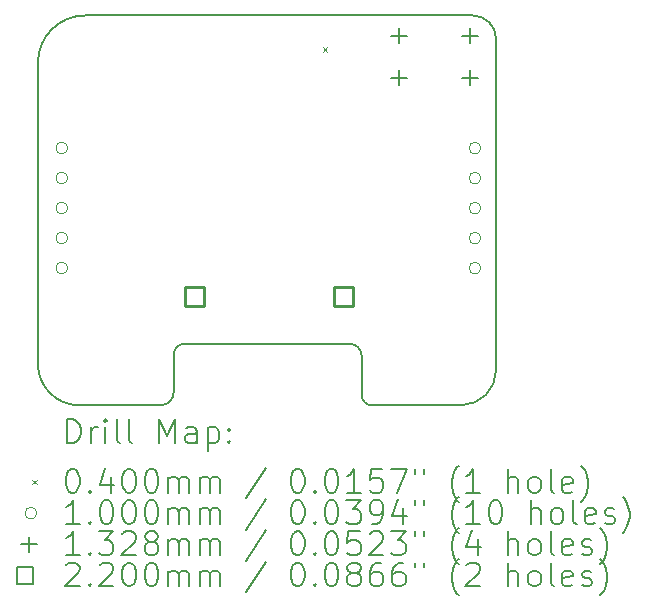
<source format=gbr>
%FSLAX45Y45*%
G04 Gerber Fmt 4.5, Leading zero omitted, Abs format (unit mm)*
G04 Created by KiCad (PCBNEW (6.0.4)) date 2023-01-21 10:06:51*
%MOMM*%
%LPD*%
G01*
G04 APERTURE LIST*
%TA.AperFunction,Profile*%
%ADD10C,0.200000*%
%TD*%
%ADD11C,0.200000*%
%ADD12C,0.040000*%
%ADD13C,0.100000*%
%ADD14C,0.132800*%
%ADD15C,0.220000*%
G04 APERTURE END LIST*
D10*
X14290000Y-12500000D02*
X14290000Y-12830000D01*
X15430000Y-12620000D02*
X15430047Y-9969887D01*
X14380000Y-12920000D02*
X15130000Y-12920000D01*
X15430000Y-9820000D02*
X15430047Y-9969887D01*
X14290000Y-12500000D02*
G75*
G03*
X14190000Y-12400000I-100000J0D01*
G01*
X11550000Y-10020000D02*
X11550000Y-12570000D01*
X11550000Y-12570000D02*
G75*
G03*
X11900000Y-12920000I350000J0D01*
G01*
X14290000Y-12830000D02*
G75*
G03*
X14380000Y-12920000I90000J0D01*
G01*
X11900000Y-12920000D02*
X12590000Y-12920000D01*
X15230000Y-9620000D02*
X15030000Y-9620000D01*
X12590000Y-12920000D02*
G75*
G03*
X12700000Y-12810000I0J110000D01*
G01*
X11950000Y-9620000D02*
G75*
G03*
X11550000Y-10020000I0J-400000D01*
G01*
X15130000Y-12920000D02*
G75*
G03*
X15430000Y-12620000I0J300000D01*
G01*
X12790000Y-12400000D02*
G75*
G03*
X12700000Y-12490000I0J-90000D01*
G01*
X12700000Y-12810000D02*
X12700000Y-12490000D01*
X15430000Y-9820000D02*
G75*
G03*
X15230000Y-9620000I-200000J0D01*
G01*
X12790000Y-12400000D02*
X14190000Y-12400000D01*
X15030000Y-9620000D02*
X11950000Y-9620000D01*
D11*
D12*
X13960000Y-9890000D02*
X14000000Y-9930000D01*
X14000000Y-9890000D02*
X13960000Y-9930000D01*
D13*
X11802500Y-10742000D02*
G75*
G03*
X11802500Y-10742000I-50000J0D01*
G01*
X11802500Y-10996000D02*
G75*
G03*
X11802500Y-10996000I-50000J0D01*
G01*
X11802500Y-11250000D02*
G75*
G03*
X11802500Y-11250000I-50000J0D01*
G01*
X11802500Y-11504000D02*
G75*
G03*
X11802500Y-11504000I-50000J0D01*
G01*
X11802500Y-11758000D02*
G75*
G03*
X11802500Y-11758000I-50000J0D01*
G01*
X15300000Y-10742500D02*
G75*
G03*
X15300000Y-10742500I-50000J0D01*
G01*
X15300000Y-10996500D02*
G75*
G03*
X15300000Y-10996500I-50000J0D01*
G01*
X15300000Y-11250500D02*
G75*
G03*
X15300000Y-11250500I-50000J0D01*
G01*
X15300000Y-11504500D02*
G75*
G03*
X15300000Y-11504500I-50000J0D01*
G01*
X15300000Y-11758500D02*
G75*
G03*
X15300000Y-11758500I-50000J0D01*
G01*
D14*
X14608500Y-9724100D02*
X14608500Y-9856900D01*
X14542100Y-9790500D02*
X14674900Y-9790500D01*
X14608500Y-10078900D02*
X14608500Y-10211700D01*
X14542100Y-10145300D02*
X14674900Y-10145300D01*
X15208500Y-9724100D02*
X15208500Y-9856900D01*
X15142100Y-9790500D02*
X15274900Y-9790500D01*
X15208500Y-10078900D02*
X15208500Y-10211700D01*
X15142100Y-10145300D02*
X15274900Y-10145300D01*
D15*
X12953782Y-12078282D02*
X12953782Y-11922717D01*
X12798217Y-11922717D01*
X12798217Y-12078282D01*
X12953782Y-12078282D01*
X14213782Y-12078282D02*
X14213782Y-11922717D01*
X14058217Y-11922717D01*
X14058217Y-12078282D01*
X14213782Y-12078282D01*
D11*
X11797619Y-13240476D02*
X11797619Y-13040476D01*
X11845238Y-13040476D01*
X11873809Y-13050000D01*
X11892857Y-13069048D01*
X11902381Y-13088095D01*
X11911905Y-13126190D01*
X11911905Y-13154762D01*
X11902381Y-13192857D01*
X11892857Y-13211905D01*
X11873809Y-13230952D01*
X11845238Y-13240476D01*
X11797619Y-13240476D01*
X11997619Y-13240476D02*
X11997619Y-13107143D01*
X11997619Y-13145238D02*
X12007143Y-13126190D01*
X12016667Y-13116667D01*
X12035714Y-13107143D01*
X12054762Y-13107143D01*
X12121428Y-13240476D02*
X12121428Y-13107143D01*
X12121428Y-13040476D02*
X12111905Y-13050000D01*
X12121428Y-13059524D01*
X12130952Y-13050000D01*
X12121428Y-13040476D01*
X12121428Y-13059524D01*
X12245238Y-13240476D02*
X12226190Y-13230952D01*
X12216667Y-13211905D01*
X12216667Y-13040476D01*
X12350000Y-13240476D02*
X12330952Y-13230952D01*
X12321428Y-13211905D01*
X12321428Y-13040476D01*
X12578571Y-13240476D02*
X12578571Y-13040476D01*
X12645238Y-13183333D01*
X12711905Y-13040476D01*
X12711905Y-13240476D01*
X12892857Y-13240476D02*
X12892857Y-13135714D01*
X12883333Y-13116667D01*
X12864286Y-13107143D01*
X12826190Y-13107143D01*
X12807143Y-13116667D01*
X12892857Y-13230952D02*
X12873809Y-13240476D01*
X12826190Y-13240476D01*
X12807143Y-13230952D01*
X12797619Y-13211905D01*
X12797619Y-13192857D01*
X12807143Y-13173809D01*
X12826190Y-13164286D01*
X12873809Y-13164286D01*
X12892857Y-13154762D01*
X12988095Y-13107143D02*
X12988095Y-13307143D01*
X12988095Y-13116667D02*
X13007143Y-13107143D01*
X13045238Y-13107143D01*
X13064286Y-13116667D01*
X13073809Y-13126190D01*
X13083333Y-13145238D01*
X13083333Y-13202381D01*
X13073809Y-13221428D01*
X13064286Y-13230952D01*
X13045238Y-13240476D01*
X13007143Y-13240476D01*
X12988095Y-13230952D01*
X13169048Y-13221428D02*
X13178571Y-13230952D01*
X13169048Y-13240476D01*
X13159524Y-13230952D01*
X13169048Y-13221428D01*
X13169048Y-13240476D01*
X13169048Y-13116667D02*
X13178571Y-13126190D01*
X13169048Y-13135714D01*
X13159524Y-13126190D01*
X13169048Y-13116667D01*
X13169048Y-13135714D01*
D12*
X11500000Y-13550000D02*
X11540000Y-13590000D01*
X11540000Y-13550000D02*
X11500000Y-13590000D01*
D11*
X11835714Y-13460476D02*
X11854762Y-13460476D01*
X11873809Y-13470000D01*
X11883333Y-13479524D01*
X11892857Y-13498571D01*
X11902381Y-13536667D01*
X11902381Y-13584286D01*
X11892857Y-13622381D01*
X11883333Y-13641428D01*
X11873809Y-13650952D01*
X11854762Y-13660476D01*
X11835714Y-13660476D01*
X11816667Y-13650952D01*
X11807143Y-13641428D01*
X11797619Y-13622381D01*
X11788095Y-13584286D01*
X11788095Y-13536667D01*
X11797619Y-13498571D01*
X11807143Y-13479524D01*
X11816667Y-13470000D01*
X11835714Y-13460476D01*
X11988095Y-13641428D02*
X11997619Y-13650952D01*
X11988095Y-13660476D01*
X11978571Y-13650952D01*
X11988095Y-13641428D01*
X11988095Y-13660476D01*
X12169048Y-13527143D02*
X12169048Y-13660476D01*
X12121428Y-13450952D02*
X12073809Y-13593809D01*
X12197619Y-13593809D01*
X12311905Y-13460476D02*
X12330952Y-13460476D01*
X12350000Y-13470000D01*
X12359524Y-13479524D01*
X12369048Y-13498571D01*
X12378571Y-13536667D01*
X12378571Y-13584286D01*
X12369048Y-13622381D01*
X12359524Y-13641428D01*
X12350000Y-13650952D01*
X12330952Y-13660476D01*
X12311905Y-13660476D01*
X12292857Y-13650952D01*
X12283333Y-13641428D01*
X12273809Y-13622381D01*
X12264286Y-13584286D01*
X12264286Y-13536667D01*
X12273809Y-13498571D01*
X12283333Y-13479524D01*
X12292857Y-13470000D01*
X12311905Y-13460476D01*
X12502381Y-13460476D02*
X12521428Y-13460476D01*
X12540476Y-13470000D01*
X12550000Y-13479524D01*
X12559524Y-13498571D01*
X12569048Y-13536667D01*
X12569048Y-13584286D01*
X12559524Y-13622381D01*
X12550000Y-13641428D01*
X12540476Y-13650952D01*
X12521428Y-13660476D01*
X12502381Y-13660476D01*
X12483333Y-13650952D01*
X12473809Y-13641428D01*
X12464286Y-13622381D01*
X12454762Y-13584286D01*
X12454762Y-13536667D01*
X12464286Y-13498571D01*
X12473809Y-13479524D01*
X12483333Y-13470000D01*
X12502381Y-13460476D01*
X12654762Y-13660476D02*
X12654762Y-13527143D01*
X12654762Y-13546190D02*
X12664286Y-13536667D01*
X12683333Y-13527143D01*
X12711905Y-13527143D01*
X12730952Y-13536667D01*
X12740476Y-13555714D01*
X12740476Y-13660476D01*
X12740476Y-13555714D02*
X12750000Y-13536667D01*
X12769048Y-13527143D01*
X12797619Y-13527143D01*
X12816667Y-13536667D01*
X12826190Y-13555714D01*
X12826190Y-13660476D01*
X12921428Y-13660476D02*
X12921428Y-13527143D01*
X12921428Y-13546190D02*
X12930952Y-13536667D01*
X12950000Y-13527143D01*
X12978571Y-13527143D01*
X12997619Y-13536667D01*
X13007143Y-13555714D01*
X13007143Y-13660476D01*
X13007143Y-13555714D02*
X13016667Y-13536667D01*
X13035714Y-13527143D01*
X13064286Y-13527143D01*
X13083333Y-13536667D01*
X13092857Y-13555714D01*
X13092857Y-13660476D01*
X13483333Y-13450952D02*
X13311905Y-13708095D01*
X13740476Y-13460476D02*
X13759524Y-13460476D01*
X13778571Y-13470000D01*
X13788095Y-13479524D01*
X13797619Y-13498571D01*
X13807143Y-13536667D01*
X13807143Y-13584286D01*
X13797619Y-13622381D01*
X13788095Y-13641428D01*
X13778571Y-13650952D01*
X13759524Y-13660476D01*
X13740476Y-13660476D01*
X13721428Y-13650952D01*
X13711905Y-13641428D01*
X13702381Y-13622381D01*
X13692857Y-13584286D01*
X13692857Y-13536667D01*
X13702381Y-13498571D01*
X13711905Y-13479524D01*
X13721428Y-13470000D01*
X13740476Y-13460476D01*
X13892857Y-13641428D02*
X13902381Y-13650952D01*
X13892857Y-13660476D01*
X13883333Y-13650952D01*
X13892857Y-13641428D01*
X13892857Y-13660476D01*
X14026190Y-13460476D02*
X14045238Y-13460476D01*
X14064286Y-13470000D01*
X14073809Y-13479524D01*
X14083333Y-13498571D01*
X14092857Y-13536667D01*
X14092857Y-13584286D01*
X14083333Y-13622381D01*
X14073809Y-13641428D01*
X14064286Y-13650952D01*
X14045238Y-13660476D01*
X14026190Y-13660476D01*
X14007143Y-13650952D01*
X13997619Y-13641428D01*
X13988095Y-13622381D01*
X13978571Y-13584286D01*
X13978571Y-13536667D01*
X13988095Y-13498571D01*
X13997619Y-13479524D01*
X14007143Y-13470000D01*
X14026190Y-13460476D01*
X14283333Y-13660476D02*
X14169048Y-13660476D01*
X14226190Y-13660476D02*
X14226190Y-13460476D01*
X14207143Y-13489048D01*
X14188095Y-13508095D01*
X14169048Y-13517619D01*
X14464286Y-13460476D02*
X14369048Y-13460476D01*
X14359524Y-13555714D01*
X14369048Y-13546190D01*
X14388095Y-13536667D01*
X14435714Y-13536667D01*
X14454762Y-13546190D01*
X14464286Y-13555714D01*
X14473809Y-13574762D01*
X14473809Y-13622381D01*
X14464286Y-13641428D01*
X14454762Y-13650952D01*
X14435714Y-13660476D01*
X14388095Y-13660476D01*
X14369048Y-13650952D01*
X14359524Y-13641428D01*
X14540476Y-13460476D02*
X14673809Y-13460476D01*
X14588095Y-13660476D01*
X14740476Y-13460476D02*
X14740476Y-13498571D01*
X14816667Y-13460476D02*
X14816667Y-13498571D01*
X15111905Y-13736667D02*
X15102381Y-13727143D01*
X15083333Y-13698571D01*
X15073809Y-13679524D01*
X15064286Y-13650952D01*
X15054762Y-13603333D01*
X15054762Y-13565238D01*
X15064286Y-13517619D01*
X15073809Y-13489048D01*
X15083333Y-13470000D01*
X15102381Y-13441428D01*
X15111905Y-13431905D01*
X15292857Y-13660476D02*
X15178571Y-13660476D01*
X15235714Y-13660476D02*
X15235714Y-13460476D01*
X15216667Y-13489048D01*
X15197619Y-13508095D01*
X15178571Y-13517619D01*
X15530952Y-13660476D02*
X15530952Y-13460476D01*
X15616667Y-13660476D02*
X15616667Y-13555714D01*
X15607143Y-13536667D01*
X15588095Y-13527143D01*
X15559524Y-13527143D01*
X15540476Y-13536667D01*
X15530952Y-13546190D01*
X15740476Y-13660476D02*
X15721428Y-13650952D01*
X15711905Y-13641428D01*
X15702381Y-13622381D01*
X15702381Y-13565238D01*
X15711905Y-13546190D01*
X15721428Y-13536667D01*
X15740476Y-13527143D01*
X15769048Y-13527143D01*
X15788095Y-13536667D01*
X15797619Y-13546190D01*
X15807143Y-13565238D01*
X15807143Y-13622381D01*
X15797619Y-13641428D01*
X15788095Y-13650952D01*
X15769048Y-13660476D01*
X15740476Y-13660476D01*
X15921428Y-13660476D02*
X15902381Y-13650952D01*
X15892857Y-13631905D01*
X15892857Y-13460476D01*
X16073809Y-13650952D02*
X16054762Y-13660476D01*
X16016667Y-13660476D01*
X15997619Y-13650952D01*
X15988095Y-13631905D01*
X15988095Y-13555714D01*
X15997619Y-13536667D01*
X16016667Y-13527143D01*
X16054762Y-13527143D01*
X16073809Y-13536667D01*
X16083333Y-13555714D01*
X16083333Y-13574762D01*
X15988095Y-13593809D01*
X16150000Y-13736667D02*
X16159524Y-13727143D01*
X16178571Y-13698571D01*
X16188095Y-13679524D01*
X16197619Y-13650952D01*
X16207143Y-13603333D01*
X16207143Y-13565238D01*
X16197619Y-13517619D01*
X16188095Y-13489048D01*
X16178571Y-13470000D01*
X16159524Y-13441428D01*
X16150000Y-13431905D01*
D13*
X11540000Y-13834000D02*
G75*
G03*
X11540000Y-13834000I-50000J0D01*
G01*
D11*
X11902381Y-13924476D02*
X11788095Y-13924476D01*
X11845238Y-13924476D02*
X11845238Y-13724476D01*
X11826190Y-13753048D01*
X11807143Y-13772095D01*
X11788095Y-13781619D01*
X11988095Y-13905428D02*
X11997619Y-13914952D01*
X11988095Y-13924476D01*
X11978571Y-13914952D01*
X11988095Y-13905428D01*
X11988095Y-13924476D01*
X12121428Y-13724476D02*
X12140476Y-13724476D01*
X12159524Y-13734000D01*
X12169048Y-13743524D01*
X12178571Y-13762571D01*
X12188095Y-13800667D01*
X12188095Y-13848286D01*
X12178571Y-13886381D01*
X12169048Y-13905428D01*
X12159524Y-13914952D01*
X12140476Y-13924476D01*
X12121428Y-13924476D01*
X12102381Y-13914952D01*
X12092857Y-13905428D01*
X12083333Y-13886381D01*
X12073809Y-13848286D01*
X12073809Y-13800667D01*
X12083333Y-13762571D01*
X12092857Y-13743524D01*
X12102381Y-13734000D01*
X12121428Y-13724476D01*
X12311905Y-13724476D02*
X12330952Y-13724476D01*
X12350000Y-13734000D01*
X12359524Y-13743524D01*
X12369048Y-13762571D01*
X12378571Y-13800667D01*
X12378571Y-13848286D01*
X12369048Y-13886381D01*
X12359524Y-13905428D01*
X12350000Y-13914952D01*
X12330952Y-13924476D01*
X12311905Y-13924476D01*
X12292857Y-13914952D01*
X12283333Y-13905428D01*
X12273809Y-13886381D01*
X12264286Y-13848286D01*
X12264286Y-13800667D01*
X12273809Y-13762571D01*
X12283333Y-13743524D01*
X12292857Y-13734000D01*
X12311905Y-13724476D01*
X12502381Y-13724476D02*
X12521428Y-13724476D01*
X12540476Y-13734000D01*
X12550000Y-13743524D01*
X12559524Y-13762571D01*
X12569048Y-13800667D01*
X12569048Y-13848286D01*
X12559524Y-13886381D01*
X12550000Y-13905428D01*
X12540476Y-13914952D01*
X12521428Y-13924476D01*
X12502381Y-13924476D01*
X12483333Y-13914952D01*
X12473809Y-13905428D01*
X12464286Y-13886381D01*
X12454762Y-13848286D01*
X12454762Y-13800667D01*
X12464286Y-13762571D01*
X12473809Y-13743524D01*
X12483333Y-13734000D01*
X12502381Y-13724476D01*
X12654762Y-13924476D02*
X12654762Y-13791143D01*
X12654762Y-13810190D02*
X12664286Y-13800667D01*
X12683333Y-13791143D01*
X12711905Y-13791143D01*
X12730952Y-13800667D01*
X12740476Y-13819714D01*
X12740476Y-13924476D01*
X12740476Y-13819714D02*
X12750000Y-13800667D01*
X12769048Y-13791143D01*
X12797619Y-13791143D01*
X12816667Y-13800667D01*
X12826190Y-13819714D01*
X12826190Y-13924476D01*
X12921428Y-13924476D02*
X12921428Y-13791143D01*
X12921428Y-13810190D02*
X12930952Y-13800667D01*
X12950000Y-13791143D01*
X12978571Y-13791143D01*
X12997619Y-13800667D01*
X13007143Y-13819714D01*
X13007143Y-13924476D01*
X13007143Y-13819714D02*
X13016667Y-13800667D01*
X13035714Y-13791143D01*
X13064286Y-13791143D01*
X13083333Y-13800667D01*
X13092857Y-13819714D01*
X13092857Y-13924476D01*
X13483333Y-13714952D02*
X13311905Y-13972095D01*
X13740476Y-13724476D02*
X13759524Y-13724476D01*
X13778571Y-13734000D01*
X13788095Y-13743524D01*
X13797619Y-13762571D01*
X13807143Y-13800667D01*
X13807143Y-13848286D01*
X13797619Y-13886381D01*
X13788095Y-13905428D01*
X13778571Y-13914952D01*
X13759524Y-13924476D01*
X13740476Y-13924476D01*
X13721428Y-13914952D01*
X13711905Y-13905428D01*
X13702381Y-13886381D01*
X13692857Y-13848286D01*
X13692857Y-13800667D01*
X13702381Y-13762571D01*
X13711905Y-13743524D01*
X13721428Y-13734000D01*
X13740476Y-13724476D01*
X13892857Y-13905428D02*
X13902381Y-13914952D01*
X13892857Y-13924476D01*
X13883333Y-13914952D01*
X13892857Y-13905428D01*
X13892857Y-13924476D01*
X14026190Y-13724476D02*
X14045238Y-13724476D01*
X14064286Y-13734000D01*
X14073809Y-13743524D01*
X14083333Y-13762571D01*
X14092857Y-13800667D01*
X14092857Y-13848286D01*
X14083333Y-13886381D01*
X14073809Y-13905428D01*
X14064286Y-13914952D01*
X14045238Y-13924476D01*
X14026190Y-13924476D01*
X14007143Y-13914952D01*
X13997619Y-13905428D01*
X13988095Y-13886381D01*
X13978571Y-13848286D01*
X13978571Y-13800667D01*
X13988095Y-13762571D01*
X13997619Y-13743524D01*
X14007143Y-13734000D01*
X14026190Y-13724476D01*
X14159524Y-13724476D02*
X14283333Y-13724476D01*
X14216667Y-13800667D01*
X14245238Y-13800667D01*
X14264286Y-13810190D01*
X14273809Y-13819714D01*
X14283333Y-13838762D01*
X14283333Y-13886381D01*
X14273809Y-13905428D01*
X14264286Y-13914952D01*
X14245238Y-13924476D01*
X14188095Y-13924476D01*
X14169048Y-13914952D01*
X14159524Y-13905428D01*
X14378571Y-13924476D02*
X14416667Y-13924476D01*
X14435714Y-13914952D01*
X14445238Y-13905428D01*
X14464286Y-13876857D01*
X14473809Y-13838762D01*
X14473809Y-13762571D01*
X14464286Y-13743524D01*
X14454762Y-13734000D01*
X14435714Y-13724476D01*
X14397619Y-13724476D01*
X14378571Y-13734000D01*
X14369048Y-13743524D01*
X14359524Y-13762571D01*
X14359524Y-13810190D01*
X14369048Y-13829238D01*
X14378571Y-13838762D01*
X14397619Y-13848286D01*
X14435714Y-13848286D01*
X14454762Y-13838762D01*
X14464286Y-13829238D01*
X14473809Y-13810190D01*
X14645238Y-13791143D02*
X14645238Y-13924476D01*
X14597619Y-13714952D02*
X14550000Y-13857809D01*
X14673809Y-13857809D01*
X14740476Y-13724476D02*
X14740476Y-13762571D01*
X14816667Y-13724476D02*
X14816667Y-13762571D01*
X15111905Y-14000667D02*
X15102381Y-13991143D01*
X15083333Y-13962571D01*
X15073809Y-13943524D01*
X15064286Y-13914952D01*
X15054762Y-13867333D01*
X15054762Y-13829238D01*
X15064286Y-13781619D01*
X15073809Y-13753048D01*
X15083333Y-13734000D01*
X15102381Y-13705428D01*
X15111905Y-13695905D01*
X15292857Y-13924476D02*
X15178571Y-13924476D01*
X15235714Y-13924476D02*
X15235714Y-13724476D01*
X15216667Y-13753048D01*
X15197619Y-13772095D01*
X15178571Y-13781619D01*
X15416667Y-13724476D02*
X15435714Y-13724476D01*
X15454762Y-13734000D01*
X15464286Y-13743524D01*
X15473809Y-13762571D01*
X15483333Y-13800667D01*
X15483333Y-13848286D01*
X15473809Y-13886381D01*
X15464286Y-13905428D01*
X15454762Y-13914952D01*
X15435714Y-13924476D01*
X15416667Y-13924476D01*
X15397619Y-13914952D01*
X15388095Y-13905428D01*
X15378571Y-13886381D01*
X15369048Y-13848286D01*
X15369048Y-13800667D01*
X15378571Y-13762571D01*
X15388095Y-13743524D01*
X15397619Y-13734000D01*
X15416667Y-13724476D01*
X15721428Y-13924476D02*
X15721428Y-13724476D01*
X15807143Y-13924476D02*
X15807143Y-13819714D01*
X15797619Y-13800667D01*
X15778571Y-13791143D01*
X15750000Y-13791143D01*
X15730952Y-13800667D01*
X15721428Y-13810190D01*
X15930952Y-13924476D02*
X15911905Y-13914952D01*
X15902381Y-13905428D01*
X15892857Y-13886381D01*
X15892857Y-13829238D01*
X15902381Y-13810190D01*
X15911905Y-13800667D01*
X15930952Y-13791143D01*
X15959524Y-13791143D01*
X15978571Y-13800667D01*
X15988095Y-13810190D01*
X15997619Y-13829238D01*
X15997619Y-13886381D01*
X15988095Y-13905428D01*
X15978571Y-13914952D01*
X15959524Y-13924476D01*
X15930952Y-13924476D01*
X16111905Y-13924476D02*
X16092857Y-13914952D01*
X16083333Y-13895905D01*
X16083333Y-13724476D01*
X16264286Y-13914952D02*
X16245238Y-13924476D01*
X16207143Y-13924476D01*
X16188095Y-13914952D01*
X16178571Y-13895905D01*
X16178571Y-13819714D01*
X16188095Y-13800667D01*
X16207143Y-13791143D01*
X16245238Y-13791143D01*
X16264286Y-13800667D01*
X16273809Y-13819714D01*
X16273809Y-13838762D01*
X16178571Y-13857809D01*
X16350000Y-13914952D02*
X16369048Y-13924476D01*
X16407143Y-13924476D01*
X16426190Y-13914952D01*
X16435714Y-13895905D01*
X16435714Y-13886381D01*
X16426190Y-13867333D01*
X16407143Y-13857809D01*
X16378571Y-13857809D01*
X16359524Y-13848286D01*
X16350000Y-13829238D01*
X16350000Y-13819714D01*
X16359524Y-13800667D01*
X16378571Y-13791143D01*
X16407143Y-13791143D01*
X16426190Y-13800667D01*
X16502381Y-14000667D02*
X16511905Y-13991143D01*
X16530952Y-13962571D01*
X16540476Y-13943524D01*
X16550000Y-13914952D01*
X16559524Y-13867333D01*
X16559524Y-13829238D01*
X16550000Y-13781619D01*
X16540476Y-13753048D01*
X16530952Y-13734000D01*
X16511905Y-13705428D01*
X16502381Y-13695905D01*
D14*
X11473600Y-14031600D02*
X11473600Y-14164400D01*
X11407200Y-14098000D02*
X11540000Y-14098000D01*
D11*
X11902381Y-14188476D02*
X11788095Y-14188476D01*
X11845238Y-14188476D02*
X11845238Y-13988476D01*
X11826190Y-14017048D01*
X11807143Y-14036095D01*
X11788095Y-14045619D01*
X11988095Y-14169428D02*
X11997619Y-14178952D01*
X11988095Y-14188476D01*
X11978571Y-14178952D01*
X11988095Y-14169428D01*
X11988095Y-14188476D01*
X12064286Y-13988476D02*
X12188095Y-13988476D01*
X12121428Y-14064667D01*
X12150000Y-14064667D01*
X12169048Y-14074190D01*
X12178571Y-14083714D01*
X12188095Y-14102762D01*
X12188095Y-14150381D01*
X12178571Y-14169428D01*
X12169048Y-14178952D01*
X12150000Y-14188476D01*
X12092857Y-14188476D01*
X12073809Y-14178952D01*
X12064286Y-14169428D01*
X12264286Y-14007524D02*
X12273809Y-13998000D01*
X12292857Y-13988476D01*
X12340476Y-13988476D01*
X12359524Y-13998000D01*
X12369048Y-14007524D01*
X12378571Y-14026571D01*
X12378571Y-14045619D01*
X12369048Y-14074190D01*
X12254762Y-14188476D01*
X12378571Y-14188476D01*
X12492857Y-14074190D02*
X12473809Y-14064667D01*
X12464286Y-14055143D01*
X12454762Y-14036095D01*
X12454762Y-14026571D01*
X12464286Y-14007524D01*
X12473809Y-13998000D01*
X12492857Y-13988476D01*
X12530952Y-13988476D01*
X12550000Y-13998000D01*
X12559524Y-14007524D01*
X12569048Y-14026571D01*
X12569048Y-14036095D01*
X12559524Y-14055143D01*
X12550000Y-14064667D01*
X12530952Y-14074190D01*
X12492857Y-14074190D01*
X12473809Y-14083714D01*
X12464286Y-14093238D01*
X12454762Y-14112286D01*
X12454762Y-14150381D01*
X12464286Y-14169428D01*
X12473809Y-14178952D01*
X12492857Y-14188476D01*
X12530952Y-14188476D01*
X12550000Y-14178952D01*
X12559524Y-14169428D01*
X12569048Y-14150381D01*
X12569048Y-14112286D01*
X12559524Y-14093238D01*
X12550000Y-14083714D01*
X12530952Y-14074190D01*
X12654762Y-14188476D02*
X12654762Y-14055143D01*
X12654762Y-14074190D02*
X12664286Y-14064667D01*
X12683333Y-14055143D01*
X12711905Y-14055143D01*
X12730952Y-14064667D01*
X12740476Y-14083714D01*
X12740476Y-14188476D01*
X12740476Y-14083714D02*
X12750000Y-14064667D01*
X12769048Y-14055143D01*
X12797619Y-14055143D01*
X12816667Y-14064667D01*
X12826190Y-14083714D01*
X12826190Y-14188476D01*
X12921428Y-14188476D02*
X12921428Y-14055143D01*
X12921428Y-14074190D02*
X12930952Y-14064667D01*
X12950000Y-14055143D01*
X12978571Y-14055143D01*
X12997619Y-14064667D01*
X13007143Y-14083714D01*
X13007143Y-14188476D01*
X13007143Y-14083714D02*
X13016667Y-14064667D01*
X13035714Y-14055143D01*
X13064286Y-14055143D01*
X13083333Y-14064667D01*
X13092857Y-14083714D01*
X13092857Y-14188476D01*
X13483333Y-13978952D02*
X13311905Y-14236095D01*
X13740476Y-13988476D02*
X13759524Y-13988476D01*
X13778571Y-13998000D01*
X13788095Y-14007524D01*
X13797619Y-14026571D01*
X13807143Y-14064667D01*
X13807143Y-14112286D01*
X13797619Y-14150381D01*
X13788095Y-14169428D01*
X13778571Y-14178952D01*
X13759524Y-14188476D01*
X13740476Y-14188476D01*
X13721428Y-14178952D01*
X13711905Y-14169428D01*
X13702381Y-14150381D01*
X13692857Y-14112286D01*
X13692857Y-14064667D01*
X13702381Y-14026571D01*
X13711905Y-14007524D01*
X13721428Y-13998000D01*
X13740476Y-13988476D01*
X13892857Y-14169428D02*
X13902381Y-14178952D01*
X13892857Y-14188476D01*
X13883333Y-14178952D01*
X13892857Y-14169428D01*
X13892857Y-14188476D01*
X14026190Y-13988476D02*
X14045238Y-13988476D01*
X14064286Y-13998000D01*
X14073809Y-14007524D01*
X14083333Y-14026571D01*
X14092857Y-14064667D01*
X14092857Y-14112286D01*
X14083333Y-14150381D01*
X14073809Y-14169428D01*
X14064286Y-14178952D01*
X14045238Y-14188476D01*
X14026190Y-14188476D01*
X14007143Y-14178952D01*
X13997619Y-14169428D01*
X13988095Y-14150381D01*
X13978571Y-14112286D01*
X13978571Y-14064667D01*
X13988095Y-14026571D01*
X13997619Y-14007524D01*
X14007143Y-13998000D01*
X14026190Y-13988476D01*
X14273809Y-13988476D02*
X14178571Y-13988476D01*
X14169048Y-14083714D01*
X14178571Y-14074190D01*
X14197619Y-14064667D01*
X14245238Y-14064667D01*
X14264286Y-14074190D01*
X14273809Y-14083714D01*
X14283333Y-14102762D01*
X14283333Y-14150381D01*
X14273809Y-14169428D01*
X14264286Y-14178952D01*
X14245238Y-14188476D01*
X14197619Y-14188476D01*
X14178571Y-14178952D01*
X14169048Y-14169428D01*
X14359524Y-14007524D02*
X14369048Y-13998000D01*
X14388095Y-13988476D01*
X14435714Y-13988476D01*
X14454762Y-13998000D01*
X14464286Y-14007524D01*
X14473809Y-14026571D01*
X14473809Y-14045619D01*
X14464286Y-14074190D01*
X14350000Y-14188476D01*
X14473809Y-14188476D01*
X14540476Y-13988476D02*
X14664286Y-13988476D01*
X14597619Y-14064667D01*
X14626190Y-14064667D01*
X14645238Y-14074190D01*
X14654762Y-14083714D01*
X14664286Y-14102762D01*
X14664286Y-14150381D01*
X14654762Y-14169428D01*
X14645238Y-14178952D01*
X14626190Y-14188476D01*
X14569048Y-14188476D01*
X14550000Y-14178952D01*
X14540476Y-14169428D01*
X14740476Y-13988476D02*
X14740476Y-14026571D01*
X14816667Y-13988476D02*
X14816667Y-14026571D01*
X15111905Y-14264667D02*
X15102381Y-14255143D01*
X15083333Y-14226571D01*
X15073809Y-14207524D01*
X15064286Y-14178952D01*
X15054762Y-14131333D01*
X15054762Y-14093238D01*
X15064286Y-14045619D01*
X15073809Y-14017048D01*
X15083333Y-13998000D01*
X15102381Y-13969428D01*
X15111905Y-13959905D01*
X15273809Y-14055143D02*
X15273809Y-14188476D01*
X15226190Y-13978952D02*
X15178571Y-14121809D01*
X15302381Y-14121809D01*
X15530952Y-14188476D02*
X15530952Y-13988476D01*
X15616667Y-14188476D02*
X15616667Y-14083714D01*
X15607143Y-14064667D01*
X15588095Y-14055143D01*
X15559524Y-14055143D01*
X15540476Y-14064667D01*
X15530952Y-14074190D01*
X15740476Y-14188476D02*
X15721428Y-14178952D01*
X15711905Y-14169428D01*
X15702381Y-14150381D01*
X15702381Y-14093238D01*
X15711905Y-14074190D01*
X15721428Y-14064667D01*
X15740476Y-14055143D01*
X15769048Y-14055143D01*
X15788095Y-14064667D01*
X15797619Y-14074190D01*
X15807143Y-14093238D01*
X15807143Y-14150381D01*
X15797619Y-14169428D01*
X15788095Y-14178952D01*
X15769048Y-14188476D01*
X15740476Y-14188476D01*
X15921428Y-14188476D02*
X15902381Y-14178952D01*
X15892857Y-14159905D01*
X15892857Y-13988476D01*
X16073809Y-14178952D02*
X16054762Y-14188476D01*
X16016667Y-14188476D01*
X15997619Y-14178952D01*
X15988095Y-14159905D01*
X15988095Y-14083714D01*
X15997619Y-14064667D01*
X16016667Y-14055143D01*
X16054762Y-14055143D01*
X16073809Y-14064667D01*
X16083333Y-14083714D01*
X16083333Y-14102762D01*
X15988095Y-14121809D01*
X16159524Y-14178952D02*
X16178571Y-14188476D01*
X16216667Y-14188476D01*
X16235714Y-14178952D01*
X16245238Y-14159905D01*
X16245238Y-14150381D01*
X16235714Y-14131333D01*
X16216667Y-14121809D01*
X16188095Y-14121809D01*
X16169048Y-14112286D01*
X16159524Y-14093238D01*
X16159524Y-14083714D01*
X16169048Y-14064667D01*
X16188095Y-14055143D01*
X16216667Y-14055143D01*
X16235714Y-14064667D01*
X16311905Y-14264667D02*
X16321428Y-14255143D01*
X16340476Y-14226571D01*
X16350000Y-14207524D01*
X16359524Y-14178952D01*
X16369048Y-14131333D01*
X16369048Y-14093238D01*
X16359524Y-14045619D01*
X16350000Y-14017048D01*
X16340476Y-13998000D01*
X16321428Y-13969428D01*
X16311905Y-13959905D01*
X11510711Y-14432711D02*
X11510711Y-14291289D01*
X11369289Y-14291289D01*
X11369289Y-14432711D01*
X11510711Y-14432711D01*
X11788095Y-14271524D02*
X11797619Y-14262000D01*
X11816667Y-14252476D01*
X11864286Y-14252476D01*
X11883333Y-14262000D01*
X11892857Y-14271524D01*
X11902381Y-14290571D01*
X11902381Y-14309619D01*
X11892857Y-14338190D01*
X11778571Y-14452476D01*
X11902381Y-14452476D01*
X11988095Y-14433428D02*
X11997619Y-14442952D01*
X11988095Y-14452476D01*
X11978571Y-14442952D01*
X11988095Y-14433428D01*
X11988095Y-14452476D01*
X12073809Y-14271524D02*
X12083333Y-14262000D01*
X12102381Y-14252476D01*
X12150000Y-14252476D01*
X12169048Y-14262000D01*
X12178571Y-14271524D01*
X12188095Y-14290571D01*
X12188095Y-14309619D01*
X12178571Y-14338190D01*
X12064286Y-14452476D01*
X12188095Y-14452476D01*
X12311905Y-14252476D02*
X12330952Y-14252476D01*
X12350000Y-14262000D01*
X12359524Y-14271524D01*
X12369048Y-14290571D01*
X12378571Y-14328667D01*
X12378571Y-14376286D01*
X12369048Y-14414381D01*
X12359524Y-14433428D01*
X12350000Y-14442952D01*
X12330952Y-14452476D01*
X12311905Y-14452476D01*
X12292857Y-14442952D01*
X12283333Y-14433428D01*
X12273809Y-14414381D01*
X12264286Y-14376286D01*
X12264286Y-14328667D01*
X12273809Y-14290571D01*
X12283333Y-14271524D01*
X12292857Y-14262000D01*
X12311905Y-14252476D01*
X12502381Y-14252476D02*
X12521428Y-14252476D01*
X12540476Y-14262000D01*
X12550000Y-14271524D01*
X12559524Y-14290571D01*
X12569048Y-14328667D01*
X12569048Y-14376286D01*
X12559524Y-14414381D01*
X12550000Y-14433428D01*
X12540476Y-14442952D01*
X12521428Y-14452476D01*
X12502381Y-14452476D01*
X12483333Y-14442952D01*
X12473809Y-14433428D01*
X12464286Y-14414381D01*
X12454762Y-14376286D01*
X12454762Y-14328667D01*
X12464286Y-14290571D01*
X12473809Y-14271524D01*
X12483333Y-14262000D01*
X12502381Y-14252476D01*
X12654762Y-14452476D02*
X12654762Y-14319143D01*
X12654762Y-14338190D02*
X12664286Y-14328667D01*
X12683333Y-14319143D01*
X12711905Y-14319143D01*
X12730952Y-14328667D01*
X12740476Y-14347714D01*
X12740476Y-14452476D01*
X12740476Y-14347714D02*
X12750000Y-14328667D01*
X12769048Y-14319143D01*
X12797619Y-14319143D01*
X12816667Y-14328667D01*
X12826190Y-14347714D01*
X12826190Y-14452476D01*
X12921428Y-14452476D02*
X12921428Y-14319143D01*
X12921428Y-14338190D02*
X12930952Y-14328667D01*
X12950000Y-14319143D01*
X12978571Y-14319143D01*
X12997619Y-14328667D01*
X13007143Y-14347714D01*
X13007143Y-14452476D01*
X13007143Y-14347714D02*
X13016667Y-14328667D01*
X13035714Y-14319143D01*
X13064286Y-14319143D01*
X13083333Y-14328667D01*
X13092857Y-14347714D01*
X13092857Y-14452476D01*
X13483333Y-14242952D02*
X13311905Y-14500095D01*
X13740476Y-14252476D02*
X13759524Y-14252476D01*
X13778571Y-14262000D01*
X13788095Y-14271524D01*
X13797619Y-14290571D01*
X13807143Y-14328667D01*
X13807143Y-14376286D01*
X13797619Y-14414381D01*
X13788095Y-14433428D01*
X13778571Y-14442952D01*
X13759524Y-14452476D01*
X13740476Y-14452476D01*
X13721428Y-14442952D01*
X13711905Y-14433428D01*
X13702381Y-14414381D01*
X13692857Y-14376286D01*
X13692857Y-14328667D01*
X13702381Y-14290571D01*
X13711905Y-14271524D01*
X13721428Y-14262000D01*
X13740476Y-14252476D01*
X13892857Y-14433428D02*
X13902381Y-14442952D01*
X13892857Y-14452476D01*
X13883333Y-14442952D01*
X13892857Y-14433428D01*
X13892857Y-14452476D01*
X14026190Y-14252476D02*
X14045238Y-14252476D01*
X14064286Y-14262000D01*
X14073809Y-14271524D01*
X14083333Y-14290571D01*
X14092857Y-14328667D01*
X14092857Y-14376286D01*
X14083333Y-14414381D01*
X14073809Y-14433428D01*
X14064286Y-14442952D01*
X14045238Y-14452476D01*
X14026190Y-14452476D01*
X14007143Y-14442952D01*
X13997619Y-14433428D01*
X13988095Y-14414381D01*
X13978571Y-14376286D01*
X13978571Y-14328667D01*
X13988095Y-14290571D01*
X13997619Y-14271524D01*
X14007143Y-14262000D01*
X14026190Y-14252476D01*
X14207143Y-14338190D02*
X14188095Y-14328667D01*
X14178571Y-14319143D01*
X14169048Y-14300095D01*
X14169048Y-14290571D01*
X14178571Y-14271524D01*
X14188095Y-14262000D01*
X14207143Y-14252476D01*
X14245238Y-14252476D01*
X14264286Y-14262000D01*
X14273809Y-14271524D01*
X14283333Y-14290571D01*
X14283333Y-14300095D01*
X14273809Y-14319143D01*
X14264286Y-14328667D01*
X14245238Y-14338190D01*
X14207143Y-14338190D01*
X14188095Y-14347714D01*
X14178571Y-14357238D01*
X14169048Y-14376286D01*
X14169048Y-14414381D01*
X14178571Y-14433428D01*
X14188095Y-14442952D01*
X14207143Y-14452476D01*
X14245238Y-14452476D01*
X14264286Y-14442952D01*
X14273809Y-14433428D01*
X14283333Y-14414381D01*
X14283333Y-14376286D01*
X14273809Y-14357238D01*
X14264286Y-14347714D01*
X14245238Y-14338190D01*
X14454762Y-14252476D02*
X14416667Y-14252476D01*
X14397619Y-14262000D01*
X14388095Y-14271524D01*
X14369048Y-14300095D01*
X14359524Y-14338190D01*
X14359524Y-14414381D01*
X14369048Y-14433428D01*
X14378571Y-14442952D01*
X14397619Y-14452476D01*
X14435714Y-14452476D01*
X14454762Y-14442952D01*
X14464286Y-14433428D01*
X14473809Y-14414381D01*
X14473809Y-14366762D01*
X14464286Y-14347714D01*
X14454762Y-14338190D01*
X14435714Y-14328667D01*
X14397619Y-14328667D01*
X14378571Y-14338190D01*
X14369048Y-14347714D01*
X14359524Y-14366762D01*
X14645238Y-14252476D02*
X14607143Y-14252476D01*
X14588095Y-14262000D01*
X14578571Y-14271524D01*
X14559524Y-14300095D01*
X14550000Y-14338190D01*
X14550000Y-14414381D01*
X14559524Y-14433428D01*
X14569048Y-14442952D01*
X14588095Y-14452476D01*
X14626190Y-14452476D01*
X14645238Y-14442952D01*
X14654762Y-14433428D01*
X14664286Y-14414381D01*
X14664286Y-14366762D01*
X14654762Y-14347714D01*
X14645238Y-14338190D01*
X14626190Y-14328667D01*
X14588095Y-14328667D01*
X14569048Y-14338190D01*
X14559524Y-14347714D01*
X14550000Y-14366762D01*
X14740476Y-14252476D02*
X14740476Y-14290571D01*
X14816667Y-14252476D02*
X14816667Y-14290571D01*
X15111905Y-14528667D02*
X15102381Y-14519143D01*
X15083333Y-14490571D01*
X15073809Y-14471524D01*
X15064286Y-14442952D01*
X15054762Y-14395333D01*
X15054762Y-14357238D01*
X15064286Y-14309619D01*
X15073809Y-14281048D01*
X15083333Y-14262000D01*
X15102381Y-14233428D01*
X15111905Y-14223905D01*
X15178571Y-14271524D02*
X15188095Y-14262000D01*
X15207143Y-14252476D01*
X15254762Y-14252476D01*
X15273809Y-14262000D01*
X15283333Y-14271524D01*
X15292857Y-14290571D01*
X15292857Y-14309619D01*
X15283333Y-14338190D01*
X15169048Y-14452476D01*
X15292857Y-14452476D01*
X15530952Y-14452476D02*
X15530952Y-14252476D01*
X15616667Y-14452476D02*
X15616667Y-14347714D01*
X15607143Y-14328667D01*
X15588095Y-14319143D01*
X15559524Y-14319143D01*
X15540476Y-14328667D01*
X15530952Y-14338190D01*
X15740476Y-14452476D02*
X15721428Y-14442952D01*
X15711905Y-14433428D01*
X15702381Y-14414381D01*
X15702381Y-14357238D01*
X15711905Y-14338190D01*
X15721428Y-14328667D01*
X15740476Y-14319143D01*
X15769048Y-14319143D01*
X15788095Y-14328667D01*
X15797619Y-14338190D01*
X15807143Y-14357238D01*
X15807143Y-14414381D01*
X15797619Y-14433428D01*
X15788095Y-14442952D01*
X15769048Y-14452476D01*
X15740476Y-14452476D01*
X15921428Y-14452476D02*
X15902381Y-14442952D01*
X15892857Y-14423905D01*
X15892857Y-14252476D01*
X16073809Y-14442952D02*
X16054762Y-14452476D01*
X16016667Y-14452476D01*
X15997619Y-14442952D01*
X15988095Y-14423905D01*
X15988095Y-14347714D01*
X15997619Y-14328667D01*
X16016667Y-14319143D01*
X16054762Y-14319143D01*
X16073809Y-14328667D01*
X16083333Y-14347714D01*
X16083333Y-14366762D01*
X15988095Y-14385809D01*
X16159524Y-14442952D02*
X16178571Y-14452476D01*
X16216667Y-14452476D01*
X16235714Y-14442952D01*
X16245238Y-14423905D01*
X16245238Y-14414381D01*
X16235714Y-14395333D01*
X16216667Y-14385809D01*
X16188095Y-14385809D01*
X16169048Y-14376286D01*
X16159524Y-14357238D01*
X16159524Y-14347714D01*
X16169048Y-14328667D01*
X16188095Y-14319143D01*
X16216667Y-14319143D01*
X16235714Y-14328667D01*
X16311905Y-14528667D02*
X16321428Y-14519143D01*
X16340476Y-14490571D01*
X16350000Y-14471524D01*
X16359524Y-14442952D01*
X16369048Y-14395333D01*
X16369048Y-14357238D01*
X16359524Y-14309619D01*
X16350000Y-14281048D01*
X16340476Y-14262000D01*
X16321428Y-14233428D01*
X16311905Y-14223905D01*
M02*

</source>
